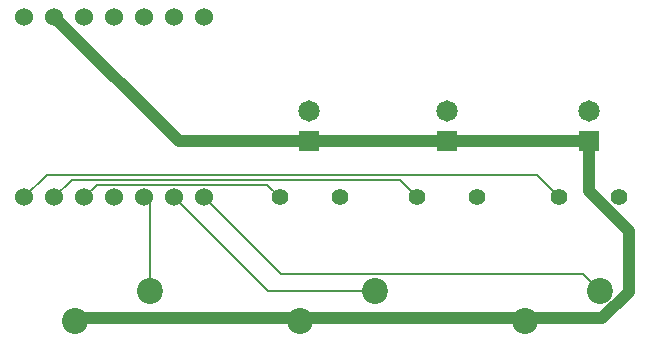
<source format=gbl>
G04 #@! TF.GenerationSoftware,KiCad,Pcbnew,9.0.2*
G04 #@! TF.CreationDate,2025-07-04T00:17:09-05:00*
G04 #@! TF.ProjectId,pathfinder,70617468-6669-46e6-9465-722e6b696361,rev?*
G04 #@! TF.SameCoordinates,Original*
G04 #@! TF.FileFunction,Copper,L2,Bot*
G04 #@! TF.FilePolarity,Positive*
%FSLAX46Y46*%
G04 Gerber Fmt 4.6, Leading zero omitted, Abs format (unit mm)*
G04 Created by KiCad (PCBNEW 9.0.2) date 2025-07-04 00:17:09*
%MOMM*%
%LPD*%
G01*
G04 APERTURE LIST*
G04 #@! TA.AperFunction,ComponentPad*
%ADD10C,1.524000*%
G04 #@! TD*
G04 #@! TA.AperFunction,ComponentPad*
%ADD11C,1.815000*%
G04 #@! TD*
G04 #@! TA.AperFunction,ComponentPad*
%ADD12R,1.815000X1.815000*%
G04 #@! TD*
G04 #@! TA.AperFunction,ComponentPad*
%ADD13C,1.400000*%
G04 #@! TD*
G04 #@! TA.AperFunction,ComponentPad*
%ADD14C,2.200000*%
G04 #@! TD*
G04 #@! TA.AperFunction,Conductor*
%ADD15C,0.200000*%
G04 #@! TD*
G04 #@! TA.AperFunction,Conductor*
%ADD16C,1.000000*%
G04 #@! TD*
G04 APERTURE END LIST*
D10*
X88841000Y-92000000D03*
X91381000Y-92000000D03*
X93921000Y-92000000D03*
X96461000Y-92000000D03*
X99001000Y-92000000D03*
X101541000Y-92000000D03*
X104081000Y-92000000D03*
X104081000Y-76760000D03*
X101541000Y-76760000D03*
X99001000Y-76760000D03*
X96461000Y-76760000D03*
X93921000Y-76760000D03*
X91381000Y-76760000D03*
X88841000Y-76760000D03*
D11*
X136600000Y-84730000D03*
D12*
X136600000Y-87270000D03*
D11*
X112933000Y-84730000D03*
D12*
X112933000Y-87270000D03*
D13*
X127140000Y-92000000D03*
X122060000Y-92000000D03*
X115540000Y-92000000D03*
X110460000Y-92000000D03*
D14*
X137560000Y-99920000D03*
X131210000Y-102460000D03*
X118510000Y-99920000D03*
X112160000Y-102460000D03*
D13*
X139140000Y-92000000D03*
X134060000Y-92000000D03*
D11*
X124600000Y-84730000D03*
D12*
X124600000Y-87270000D03*
D14*
X99460000Y-99920000D03*
X93110000Y-102460000D03*
D15*
X110460000Y-92000000D02*
X109397000Y-90937000D01*
X109397000Y-90937000D02*
X94984000Y-90937000D01*
X94984000Y-90937000D02*
X93921000Y-92000000D01*
X99460000Y-99920000D02*
X99460000Y-92459000D01*
X99460000Y-92459000D02*
X99001000Y-92000000D01*
D16*
X136600000Y-91441314D02*
X140000000Y-94841314D01*
X137777999Y-102249000D02*
X131421000Y-102249000D01*
X140000000Y-100026999D02*
X137777999Y-102249000D01*
X131210000Y-102460000D02*
X130999000Y-102249000D01*
X112371000Y-102249000D02*
X112160000Y-102460000D01*
X112160000Y-102460000D02*
X111949000Y-102249000D01*
X130999000Y-102249000D02*
X112371000Y-102249000D01*
X111949000Y-102249000D02*
X93321000Y-102249000D01*
X136600000Y-87270000D02*
X136600000Y-91441314D01*
X91381000Y-76760000D02*
X101891000Y-87270000D01*
X101891000Y-87270000D02*
X136600000Y-87270000D01*
X140000000Y-94841314D02*
X140000000Y-100026999D01*
X93321000Y-102249000D02*
X93110000Y-102460000D01*
X131421000Y-102249000D02*
X131210000Y-102460000D01*
D15*
X109461000Y-99920000D02*
X101541000Y-92000000D01*
X118510000Y-99920000D02*
X109461000Y-99920000D01*
X136159000Y-98519000D02*
X110600000Y-98519000D01*
X110600000Y-98519000D02*
X104081000Y-92000000D01*
X137560000Y-99920000D02*
X136159000Y-98519000D01*
X90706000Y-90135000D02*
X88841000Y-92000000D01*
X134060000Y-92000000D02*
X132195000Y-90135000D01*
X132195000Y-90135000D02*
X90706000Y-90135000D01*
X122060000Y-92000000D02*
X120596000Y-90536000D01*
X92845000Y-90536000D02*
X91381000Y-92000000D01*
X120596000Y-90536000D02*
X92845000Y-90536000D01*
M02*

</source>
